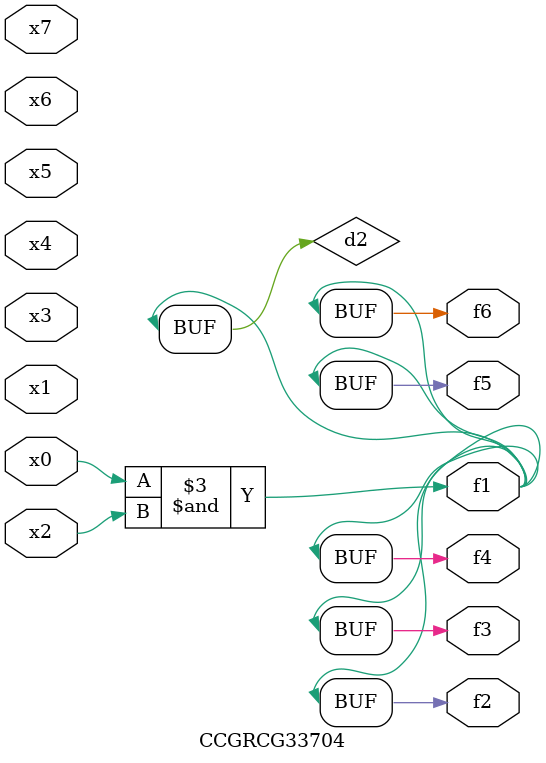
<source format=v>
module CCGRCG33704(
	input x0, x1, x2, x3, x4, x5, x6, x7,
	output f1, f2, f3, f4, f5, f6
);

	wire d1, d2;

	nor (d1, x3, x6);
	and (d2, x0, x2);
	assign f1 = d2;
	assign f2 = d2;
	assign f3 = d2;
	assign f4 = d2;
	assign f5 = d2;
	assign f6 = d2;
endmodule

</source>
